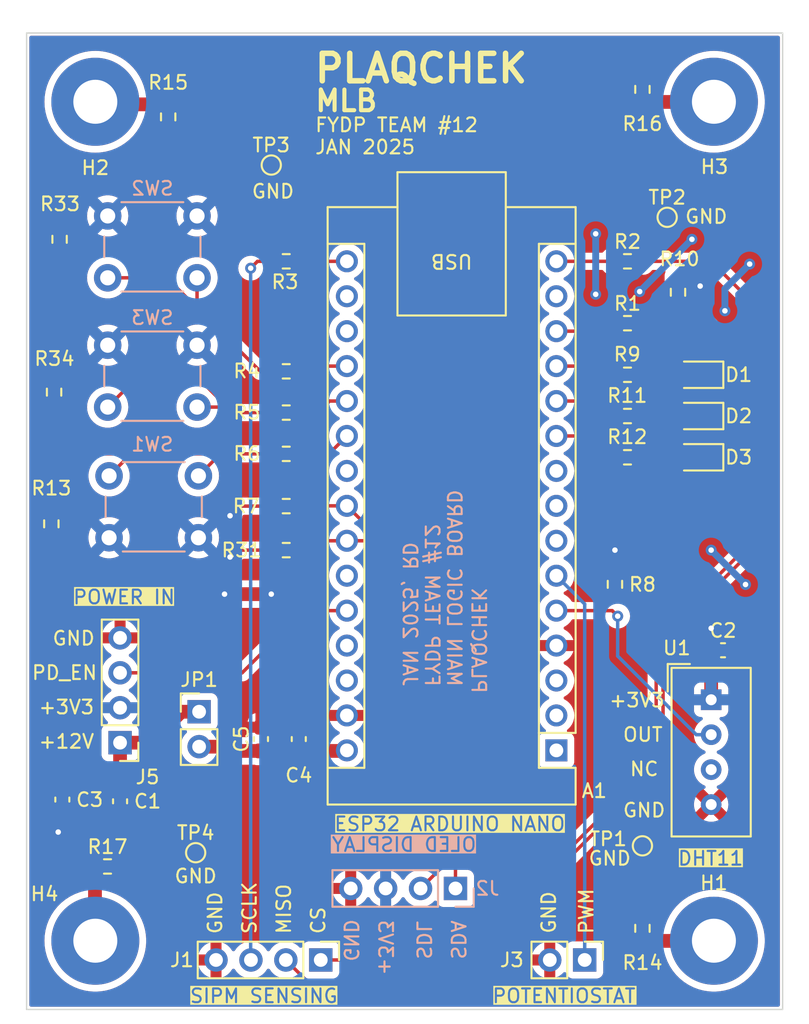
<source format=kicad_pcb>
(kicad_pcb (version 20221018) (generator pcbnew)
  (layers (0 "F.Cu" signal) (31 "B.Cu" signal) (34 "B.Paste" user) (35 "F.Paste" user) (36 "B.SilkS" user "B.Silkscreen") (37 "F.SilkS" user "F.Silkscreen") (38 "B.Mask" user) (39 "F.Mask" user) (44 "Edge.Cuts" user))
  (net 0 "")
  (net 3 "GND")
  (net 4 "/TEMP_SENS_OUT")
  (net 5 "VDAC_POT_PWM_3V3")
  (net 8 "/PD_EN")
  (net 9 "/LED3")
  (net 10 "/LED2")
  (net 11 "/LED1")
  (net 12 "Net-(A1-D10)")
  (net 14 "Net-(A1-D12)")
  (net 15 "Net-(A1-D13)")
  (net 18 "/SW_PUSH1")
  (net 19 "/SW_PUSH2")
  (net 20 "/SW_FLIP")
  (net 22 "/SDA_DISPLAY")
  (net 23 "/SDL_DISPLAY")
  (net 28 "Net-(A1-VIN)")
  (net 29 "+12V")
  (net 30 "+3V3")
  (net 31 "Net-(D1-A)")
  (net 32 "Net-(D2-A)")
  (net 33 "Net-(D3-A)")
  (net 34 "SPI_3V3_ADC_CS")
  (net 35 "SPI_3V3_ADC_MISO")
  (net 36 "SPI_3V3_ADC_SCLK")
  (net 37 "/SW_PUSH1_R")
  (net 38 "/SW_PUSH2_R")
  (net 39 "/SW_FLIP_R")
  (net 42 "Net-(H1-Pad1)")
  (net 43 "Net-(H2-Pad1)")
  (net 44 "Net-(H3-Pad1)")
  (net 45 "Net-(H4-Pad1)")
  (footprint "TestPoint:TestPoint_Pad_D1.0mm" (layer "F.Cu") (at 158.5 116)
    (fp_text reference "TP4" (at 0 -1.448) (layer "F.SilkS") (effects (font (thickness 0.153))))
    (fp_text value "TestPoint")
    (pad "1" smd circle (at 0 0) (size 1 1) (layers "F.Cu" "F.Mask") (net 3 "GND"))
  )
  (footprint "Resistor_SMD:R_0603_1608Metric_Pad0.98x0.95mm_HandSolder" (layer "F.Cu") (at 152.0875 117)
    (fp_text reference "R17" (at 0 -1.43) (layer "F.SilkS") (effects (font (thickness 0.153))))
    (fp_text value "0R")
    (pad "1" smd roundrect (at -0.9125 0) (size 0.975 0.95) (layers "F.Cu" "F.Paste" "F.Mask") (net 45 "Net-(H4-Pad1)"))
    (pad "2" smd roundrect (at 0.9125 0) (size 0.975 0.95) (layers "F.Cu" "F.Paste" "F.Mask") (net 3 "GND"))
  )
  (footprint "Resistor_SMD:R_0603_1608Metric_Pad0.98x0.95mm_HandSolder" (layer "F.Cu") (at 189.9125 77.5)
    (fp_text reference "R1" (at 0 -1.43) (layer "F.SilkS") (effects (font (thickness 0.153))))
    (fp_text value "0R")
    (pad "1" smd roundrect (at -0.9125 0) (size 0.975 0.95) (layers "F.Cu" "F.Paste" "F.Mask") (net 12 "Net-(A1-D10)"))
    (pad "2" smd roundrect (at 0.9125 0) (size 0.975 0.95) (layers "F.Cu" "F.Paste" "F.Mask") (net 34 "SPI_3V3_ADC_CS"))
  )
  (footprint "Capacitor_SMD:C_0603_1608Metric_Pad1.08x0.95mm_HandSolder" (layer "F.Cu") (at 163.25 107.7375 90)
    (fp_text reference "C5" (at 0 -1.43 90) (layer "F.SilkS") (effects (font (thickness 0.153))))
    (fp_text value "1uF")
    (pad "1" smd roundrect (at -0.8625 0 90) (size 1.075 0.95) (layers "F.Cu" "F.Paste" "F.Mask") (net 28 "Net-(A1-VIN)"))
    (pad "2" smd roundrect (at 0.8625 0 90) (size 1.075 0.95) (layers "F.Cu" "F.Paste" "F.Mask") (net 3 "GND"))
  )
  (footprint "LED_SMD:LED_0805_2012Metric_Pad1.15x1.40mm_HandSolder" (layer "F.Cu") (at 195.025 87.25 180)
    (fp_text reference "D3" (at -2.975 0) (layer "F.SilkS") (effects (font (thickness 0.153))))
    (fp_text value "LED")
    (pad "1" smd roundrect (at -1.025 0 180) (size 1.15 1.4) (layers "F.Cu" "F.Paste" "F.Mask") (roundrect_rratio 0.2173913043) (net 3 "GND"))
    (pad "2" smd roundrect (at 1.025 0 180) (size 1.15 1.4) (layers "F.Cu" "F.Paste" "F.Mask") (roundrect_rratio 0.2173913043) (net 33 "Net-(D3-A)"))
  )
  (footprint "Resistor_SMD:R_0603_1608Metric_Pad0.98x0.95mm_HandSolder" (layer "F.Cu") (at 165.0875 84 180)
    (fp_text reference "R5" (at 2.864165 0.018715) (layer "F.SilkS") (effects (font (thickness 0.153))))
    (fp_text value "0R")
    (pad "1" smd roundrect (at -0.9125 0 180) (size 0.975 0.95) (layers "F.Cu" "F.Paste" "F.Mask") (net 19 "/SW_PUSH2"))
    (pad "2" smd roundrect (at 0.9125 0 180) (size 0.975 0.95) (layers "F.Cu" "F.Paste" "F.Mask") (net 38 "/SW_PUSH2_R"))
  )
  (footprint "Capacitor_SMD:C_0603_1608Metric_Pad1.08x0.95mm_HandSolder" (layer "F.Cu") (at 148.8 112.1375 90)
    (fp_text reference "C3" (at -0.011355 1.986455 180) (layer "F.SilkS") (effects (font (thickness 0.153))))
    (fp_text value "10uF")
    (pad "1" smd roundrect (at -0.8625 0 90) (size 1.075 0.95) (layers "F.Cu" "F.Paste" "F.Mask") (net 30 "+3V3"))
    (pad "2" smd roundrect (at 0.8625 0 90) (size 1.075 0.95) (layers "F.Cu" "F.Paste" "F.Mask") (net 3 "GND"))
  )
  (footprint "Connector_PinHeader_2.54mm:PinHeader_1x02_P2.54mm_Vertical" (layer "F.Cu") (at 186.8 123.8 -90)
    (fp_text reference "J3" (at 0 5.3 -180) (layer "F.SilkS") (effects (font (thickness 0.153))))
    (fp_text value "Conn_01x02")
    (pad "1" thru_hole rect (at 0 0 270) (size 1.7 1.7) (drill 1) (layers "*.Cu" "*.Mask") (net 5 "VDAC_POT_PWM_3V3"))
    (pad "2" thru_hole oval (at 0 2.54 270) (size 1.7 1.7) (drill 1) (layers "*.Cu" "*.Mask") (net 3 "GND"))
  )
  (footprint "Capacitor_SMD:C_0603_1608Metric_Pad1.08x0.95mm_HandSolder" (layer "F.Cu") (at 166 107.7375 90)
    (fp_text reference "C4" (at -2.6375 0 180) (layer "F.SilkS") (effects (font (thickness 0.153))))
    (fp_text value "0.1uF")
    (pad "1" smd roundrect (at -0.8625 0 90) (size 1.075 0.95) (layers "F.Cu" "F.Paste" "F.Mask") (net 28 "Net-(A1-VIN)"))
    (pad "2" smd roundrect (at 0.8625 0 90) (size 1.075 0.95) (layers "F.Cu" "F.Paste" "F.Mask") (net 3 "GND"))
  )
  (footprint "Connector_PinHeader_2.54mm:PinHeader_1x02_P2.54mm_Vertical" (layer "F.Cu") (at 158.75 105.75)
    (fp_text reference "JP1" (at 0 -2.33) (layer "F.SilkS") (effects (font (thickness 0.153))))
    (fp_text value "Jumper_2_Open")
    (pad "1" thru_hole rect (at 0 0) (size 1.7 1.7) (drill 1) (layers "*.Cu" "*.Mask") (net 29 "+12V"))
    (pad "2" thru_hole oval (at 0 2.54) (size 1.7 1.7) (drill 1) (layers "*.Cu" "*.Mask") (net 28 "Net-(A1-VIN)"))
  )
  (footprint "Resistor_SMD:R_0603_1608Metric_Pad0.98x0.95mm_HandSolder" (layer "F.Cu") (at 165.0875 87 180)
    (fp_text reference "R6" (at 2.864165 0.018715) (layer "F.SilkS") (effects (font (thickness 0.153))))
    (fp_text value "0R")
    (pad "1" smd roundrect (at -0.9125 0 180) (size 0.975 0.95) (layers "F.Cu" "F.Paste" "F.Mask") (net 20 "/SW_FLIP"))
    (pad "2" smd roundrect (at 0.9125 0 180) (size 0.975 0.95) (layers "F.Cu" "F.Paste" "F.Mask") (net 39 "/SW_FLIP_R"))
  )
  (footprint "MountingHole:MountingHole_3.2mm_M3_Pad" (layer "F.Cu") (at 151.2 122.4)
    (fp_text reference "H4" (at -3.7 -3.4) (layer "F.SilkS") (effects (font (thickness 0.153))))
    (fp_text value "MountingHole_Pad")
    (pad "1" thru_hole circle (at 0 0) (size 6.4 6.4) (drill 3.2) (layers "*.Cu" "*.Mask") (net 45 "Net-(H4-Pad1)"))
  )
  (footprint "Resistor_SMD:R_0603_1608Metric_Pad0.98x0.95mm_HandSolder" (layer "F.Cu") (at 148.6 71.4 -90)
    (fp_text reference "R33" (at -2.568429 -0.029459 -180) (layer "F.SilkS") (effects (font (thickness 0.153))))
    (fp_text value "10kR")
    (pad "1" smd roundrect (at -0.9125 0 270) (size 0.975 0.95) (layers "F.Cu" "F.Paste" "F.Mask") (net 3 "GND"))
    (pad "2" smd roundrect (at 0.9125 0 270) (size 0.975 0.95) (layers "F.Cu" "F.Paste" "F.Mask") (net 37 "/SW_PUSH1_R"))
  )
  (footprint "Resistor_SMD:R_0603_1608Metric_Pad0.98x0.95mm_HandSolder" (layer "F.Cu") (at 191 60.5 90)
    (fp_text reference "R16" (at -2.5 0 180) (layer "F.SilkS") (effects (font (thickness 0.153))))
    (fp_text value "0R")
    (pad "1" smd roundrect (at -0.9125 0 90) (size 0.975 0.95) (layers "F.Cu" "F.Paste" "F.Mask") (net 44 "Net-(H3-Pad1)"))
    (pad "2" smd roundrect (at 0.9125 0 90) (size 0.975 0.95) (layers "F.Cu" "F.Paste" "F.Mask") (net 3 "GND"))
  )
  (footprint "Resistor_SMD:R_0603_1608Metric_Pad0.98x0.95mm_HandSolder" (layer "F.Cu") (at 189.9125 84.25 180)
    (fp_text reference "R11" (at 0.020956 1.484988) (layer "F.SilkS") (effects (font (thickness 0.153))))
    (fp_text value "100R")
    (pad "1" smd roundrect (at -0.9125 0 180) (size 0.975 0.95) (layers "F.Cu" "F.Paste" "F.Mask") (net 32 "Net-(D2-A)"))
    (pad "2" smd roundrect (at 0.9125 0 180) (size 0.975 0.95) (layers "F.Cu" "F.Paste" "F.Mask") (net 10 "/LED2"))
  )
  (footprint "LED_SMD:LED_0805_2012Metric_Pad1.15x1.40mm_HandSolder" (layer "F.Cu") (at 195.025 84.25 180)
    (fp_text reference "D2" (at -2.975 0) (layer "F.SilkS") (effects (font (thickness 0.153))))
    (fp_text value "LED")
    (pad "1" smd roundrect (at -1.025 0 180) (size 1.15 1.4) (layers "F.Cu" "F.Paste" "F.Mask") (roundrect_rratio 0.2173913043) (net 3 "GND"))
    (pad "2" smd roundrect (at 1.025 0 180) (size 1.15 1.4) (layers "F.Cu" "F.Paste" "F.Mask") (roundrect_rratio 0.2173913043) (net 32 "Net-(D2-A)"))
  )
  (footprint "Capacitor_SMD:C_0603_1608Metric_Pad1.08x0.95mm_HandSolder" (layer "F.Cu") (at 153 112.2625 -90)
    (fp_text reference "C1" (at 0 -2 -180) (layer "F.SilkS") (effects (font (thickness 0.153))))
    (fp_text value "10uF")
    (pad "1" smd roundrect (at -0.8625 0 270) (size 1.075 0.95) (layers "F.Cu" "F.Paste" "F.Mask") (net 29 "+12V"))
    (pad "2" smd roundrect (at 0.8625 0 270) (size 1.075 0.95) (layers "F.Cu" "F.Paste" "F.Mask") (net 3 "GND"))
  )
  (footprint "Resistor_SMD:R_0603_1608Metric_Pad0.98x0.95mm_HandSolder" (layer "F.Cu") (at 165.0875 73 180)
    (fp_text reference "R3" (at 0.0875 -1.5) (layer "F.SilkS") (effects (font (thickness 0.153))))
    (fp_text value "0R")
    (pad "1" smd roundrect (at -0.9125 0 180) (size 0.975 0.95) (layers "F.Cu" "F.Paste" "F.Mask") (net 15 "Net-(A1-D13)"))
    (pad "2" smd roundrect (at 0.9125 0 180) (size 0.975 0.95) (layers "F.Cu" "F.Paste" "F.Mask") (net 36 "SPI_3V3_ADC_SCLK"))
  )
  (footprint "Connector_PinHeader_2.54mm:PinHeader_1x04_P2.54mm_Vertical" (layer "F.Cu") (at 153 108 180)
    (fp_text reference "J5" (at -2 -2.5) (layer "F.SilkS") (effects (font (thickness 0.153))))
    (fp_text value "Conn_01x04")
    (pad "1" thru_hole rect (at 0 0 180) (size 1.7 1.7) (drill 1) (layers "*.Cu" "*.Mask") (net 29 "+12V"))
    (pad "2" thru_hole oval (at 0 2.54 180) (size 1.7 1.7) (drill 1) (layers "*.Cu" "*.Mask") (net 30 "+3V3"))
    (pad "3" thru_hole oval (at 0 5.08 180) (size 1.7 1.7) (drill 1) (layers "*.Cu" "*.Mask") (net 8 "/PD_EN"))
    (pad "4" thru_hole oval (at 0 7.62 180) (size 1.7 1.7) (drill 1) (layers "*.Cu" "*.Mask") (net 3 "GND"))
  )
  (footprint "Resistor_SMD:R_0603_1608Metric_Pad0.98x0.95mm_HandSolder" (layer "F.Cu") (at 189.9125 73)
    (fp_text reference "R2" (at 0 -1.43) (layer "F.SilkS") (effects (font (thickness 0.153))))
    (fp_text value "0R")
    (pad "1" smd roundrect (at -0.9125 0) (size 0.975 0.95) (layers "F.Cu" "F.Paste" "F.Mask") (net 14 "Net-(A1-D12)"))
    (pad "2" smd roundrect (at 0.9125 0) (size 0.975 0.95) (layers "F.Cu" "F.Paste" "F.Mask") (net 35 "SPI_3V3_ADC_MISO"))
  )
  (footprint "MountingHole:MountingHole_3.2mm_M3_Pad" (layer "F.Cu") (at 196.2 61.4)
    (fp_text reference "H3" (at 0.04 4.73) (layer "F.SilkS") (effects (font (thickness 0.153))))
    (fp_text value "MountingHole_Pad")
    (pad "1" thru_hole circle (at 0 0) (size 6.4 6.4) (drill 3.2) (layers "*.Cu" "*.Mask") (net 44 "Net-(H3-Pad1)"))
  )
  (footprint "MountingHole:MountingHole_3.2mm_M3_Pad" (layer "F.Cu") (at 196.2 122.4)
    (fp_text reference "H1" (at 0 -4.2) (layer "F.SilkS") (effects (font (thickness 0.153))))
    (fp_text value "MountingHole_Pad")
    (pad "1" thru_hole circle (at 0 0) (size 6.4 6.4) (drill 3.2) (layers "*.Cu" "*.Mask") (net 42 "Net-(H1-Pad1)"))
  )
  (footprint "Resistor_SMD:R_0603_1608Metric_Pad0.98x0.95mm_HandSolder" (layer "F.Cu") (at 156.5 62.5 -90)
    (fp_text reference "R15" (at -2.5 0 -180) (layer "F.SilkS") (effects (font (thickness 0.153))))
    (fp_text value "0R")
    (pad "1" smd roundrect (at -0.9125 0 270) (size 0.975 0.95) (layers "F.Cu" "F.Paste" "F.Mask") (net 43 "Net-(H2-Pad1)"))
    (pad "2" smd roundrect (at 0.9125 0 270) (size 0.975 0.95) (layers "F.Cu" "F.Paste" "F.Mask") (net 3 "GND"))
  )
  (footprint "Connector_PinHeader_2.54mm:PinHeader_1x04_P2.54mm_Vertical" (layer "F.Cu") (at 167.6 123.8 -90)
    (fp_text reference "J1" (at 0 10.1 -180) (layer "F.SilkS") (effects (font (thickness 0.153))))
    (fp_text value "Conn_01x04")
    (pad "1" thru_hole rect (at 0 0 270) (size 1.7 1.7) (drill 1) (layers "*.Cu" "*.Mask") (net 34 "SPI_3V3_ADC_CS"))
    (pad "2" thru_hole oval (at 0 2.54 270) (size 1.7 1.7) (drill 1) (layers "*.Cu" "*.Mask") (net 35 "SPI_3V3_ADC_MISO"))
    (pad "3" thru_hole oval (at 0 5.08 270) (size 1.7 1.7) (drill 1) (layers "*.Cu" "*.Mask") (net 36 "SPI_3V3_ADC_SCLK"))
    (pad "4" thru_hole oval (at 0 7.62 270) (size 1.7 1.7) (drill 1) (layers "*.Cu" "*.Mask") (net 3 "GND"))
  )
  (footprint "Resistor_SMD:R_0603_1608Metric_Pad0.98x0.95mm_HandSolder" (layer "F.Cu") (at 191 121.5 90)
    (fp_text reference "R14" (at -2.5 0 180) (layer "F.SilkS") (effects (font (thickness 0.153))))
    (fp_text value "0R")
    (pad "1" smd roundrect (at -0.9125 0 90) (size 0.975 0.95) (layers "F.Cu" "F.Paste" "F.Mask") (net 42 "Net-(H1-Pad1)"))
    (pad "2" smd roundrect (at 0.9125 0 90) (size 0.975 0.95) (layers "F.Cu" "F.Paste" "F.Mask") (net 3 "GND"))
  )
  (footprint "TestPoint:TestPoint_Pad_D1.0mm" (layer "F.Cu") (at 191 115.5)
    (fp_text reference "TP1" (at -2.5 -0.5) (layer "F.SilkS") (effects (font (thickness 0.153))))
    (fp_text value "TestPoint")
    (pad "1" smd circle (at 0 0) (size 1 1) (layers "F.Cu" "F.Mask") (net 3 "GND"))
  )
  (footprint "Resistor_SMD:R_0603_1608Metric_Pad0.98x0.95mm_HandSolder" (layer "F.Cu") (at 189 96.4875 90)
    (fp_text reference "R8" (at -0.0125 2 180) (layer "F.SilkS") (effects (font (thickness 0.153))))
    (fp_text value "10kR")
    (pad "1" smd roundrect (at -0.9125 0 90) (size 0.975 0.95) (layers "F.Cu" "F.Paste" "F.Mask") (net 4 "/TEMP_SENS_OUT"))
    (pad "2" smd roundrect (at 0.9125 0 90) (size 0.975 0.95) (layers "F.Cu" "F.Paste" "F.Mask") (net 30 "+3V3"))
  )
  (footprint "MountingHole:MountingHole_3.2mm_M3_Pad" (layer "F.Cu") (at 151.2 61.4)
    (fp_text reference "H2" (at 0 4.8) (layer "F.SilkS") (effects (font (thickness 0.153))))
    (fp_text value "MountingHole_Pad")
    (pad "1" thru_hole circle (at 0 0) (size 6.4 6.4) (drill 3.2) (layers "*.Cu" "*.Mask") (net 43 "Net-(H2-Pad1)"))
  )
  (footprint "Resistor_SMD:R_0603_1608Metric_Pad0.98x0.95mm_HandSolder" (layer "F.Cu") (at 189.9125 87.25 180)
    (fp_text reference "R12" (at 0.020956 1.484988) (layer "F.SilkS") (effects (font (thickness 0.153))))
    (fp_text value "100R")
    (pad "1" smd roundrect (at -0.9125 0 180) (size 0.975 0.95) (layers "F.Cu" "F.Paste" "F.Mask") (net 33 "Net-(D3-A)"))
    (pad "2" smd roundrect (at 0.9125 0 180) (size 0.975 0.95) (layers "F.Cu" "F.Paste" "F.Mask") (net 9 "/LED3"))
  )
  (footprint "Resistor_SMD:R_0603_1608Metric_Pad0.98x0.95mm_HandSolder" (layer "F.Cu") (at 193.5875 75.25 90)
    (fp_text reference "R10" (at 2.417397 0.111676 180) (layer "F.SilkS") (effects (font (thickness 0.153))))
    (fp_text value "10kR")
    (pad "1" smd roundrect (at -0.9125 0 90) (size 0.975 0.95) (layers "F.Cu" "F.Paste" "F.Mask") (net 34 "SPI_3V3_ADC_CS"))
    (pad "2" smd roundrect (at 0.9125 0 90) (size 0.975 0.95) (layers "F.Cu" "F.Paste" "F.Mask") (net 30 "+3V3"))
  )
  (footprint "TestPoint:TestPoint_Pad_D1.0mm" (layer "F.Cu") (at 192.8 69.8)
    (fp_text reference "TP2" (at 0 -1.448) (layer "F.SilkS") (effects (font (thickness 0.153))))
    (fp_text value "TestPoint")
    (pad "1" smd circle (at 0 0) (size 1 1) (layers "F.Cu" "F.Mask") (net 3 "GND"))
  )
  (footprint "Resistor_SMD:R_0603_1608Metric_Pad0.98x0.95mm_HandSolder" (layer "F.Cu") (at 165.0875 94 180)
    (fp_text reference "R31" (at 3.24912 -0.000393) (layer "F.SilkS") (effects (font (thickness 0.153))))
    (fp_text value "1kR")
    (pad "1" smd roundrect (at -0.9125 0 180) (size 0.975 0.95) (layers "F.Cu" "F.Paste" "F.Mask") (net 23 "/SDL_DISPLAY"))
    (pad "2" smd roundrect (at 0.9125 0 180) (size 0.975 0.95) (layers "F.Cu" "F.Paste" "F.Mask") (net 30 "+3V3"))
  )
  (footprint "TestPoint:TestPoint_Pad_D1.0mm" (layer "F.Cu") (at 164 66)
    (fp_text reference "TP3" (at 0 -1.448) (layer "F.SilkS") (effects (font (thickness 0.153))))
    (fp_text value "TestPoint")
    (pad "1" smd circle (at 0 0) (size 1 1) (layers "F.Cu" "F.Mask") (net 3 "GND"))
  )
  (footprint "Resistor_SMD:R_0603_1608Metric_Pad0.98x0.95mm_HandSolder" (layer "F.Cu") (at 165.0875 90.8 180)
    (fp_text reference "R7" (at 2.9125 0) (layer "F.SilkS") (effects (font (thickness 0.153))))
    (fp_text value "1kR")
    (pad "1" smd roundrect (at -0.9125 0 180) (size 0.975 0.95) (layers "F.Cu" "F.Paste" "F.Mask") (net 22 "/SDA_DISPLAY"))
    (pad "2" smd roundrect (at 0.9125 0 180) (size 0.975 0.95) (layers "F.Cu" "F.Paste" "F.Mask") (net 30 "+3V3"))
  )
  (footprint "Module:Arduino_Nano" (layer "F.Cu") (at 184.74 108.56 180)
    (fp_text reference "A1" (at -2.76 -2.94) (layer "F.SilkS") (effects (font (thickness 0.153))))
    (fp_text value "Arduino_Nano_v3.x")
    (fp_text user "USB" (at 7.62 35.56 180 unlocked) (layer "F.SilkS") (effects (font (thickness 0.153))))
    (pad "1" thru_hole rect (at 0 0 180) (size 1.6 1.6) (drill 1) (layers "*.Cu" "*.Mask"))
    (pad "2" thru_hole oval (at 0 2.54 180) (size 1.6 1.6) (drill 1) (layers "*.Cu" "*.Mask"))
    (pad "3" thru_hole oval (at 0 5.08 180) (size 1.6 1.6) (drill 1) (layers "*.Cu" "*.Mask"))
    (pad "4" thru_hole oval (at 0 7.62 180) (size 1.6 1.6) (drill 1) (layers "*.Cu" "*.Mask") (net 3 "GND"))
    (pad "5" thru_hole oval (at 0 10.16 180) (size 1.6 1.6) (drill 1) (layers "*.Cu" "*.Mask") (net 4 "/TEMP_SENS_OUT"))
    (pad "6" thru_hole oval (at 0 12.7 180) (size 1.6 1.6) (drill 1) (layers "*.Cu" "*.Mask") (net 5 "VDAC_POT_PWM_3V3"))
    (pad "7" thru_hole oval (at 0 15.24 180) (size 1.6 1.6) (drill 1) (layers "*.Cu" "*.Mask"))
    (pad "8" thru_hole oval (at 0 17.78 180) (size 1.6 1.6) (drill 1) (layers "*.Cu" "*.Mask"))
    (pad "9" thru_hole oval (at 0 20.32 180) (size 1.6 1.6) (drill 1) (layers "*.Cu" "*.Mask"))
    (pad "10" thru_hole oval (at 0 22.86 180) (size 1.6 1.6) (drill 1) (layers "*.Cu" "*.Mask") (net 9 "/LED3"))
    (pad "11" thru_hole oval (at 0 25.4 180) (size 1.6 1.6) (drill 1) (layers "*.Cu" "*.Mask") (net 10 "/LED2"))
    (pad "12" thru_hole oval (at 0 27.94 180) (size 1.6 1.6) (drill 1) (layers "*.Cu" "*.Mask") (net 11 "/LED1"))
    (pad "13" thru_hole oval (at 0 30.48 180) (size 1.6 1.6) (drill 1) (layers "*.Cu" "*.Mask") (net 12 "Net-(A1-D10)"))
    (pad "14" thru_hole oval (at 0 33.02 180) (size 1.6 1.6) (drill 1) (layers "*.Cu" "*.Mask"))
    (pad "15" thru_hole oval (at 0 35.56 180) (size 1.6 1.6) (drill 1) (layers "*.Cu" "*.Mask") (net 14 "Net-(A1-D12)"))
    (pad "16" thru_hole oval (at 15.24 35.56 180) (size 1.6 1.6) (drill 1) (layers "*.Cu" "*.Mask") (net 15 "Net-(A1-D13)"))
    (pad "17" thru_hole oval (at 15.24 33.02 180) (size 1.6 1.6) (drill 1) (layers "*.Cu" "*.Mask"))
    (pad "18" thru_hole oval (at 15.24 30.48 180) (size 1.6 1.6) (drill 1) (layers "*.Cu" "*.Mask"))
    (pad "19" thru_hole oval (at 15.24 27.94 180) (size 1.6 1.6) (drill 1) (layers "*.Cu" "*.Mask") (net 18 "/SW_PUSH1"))
    (pad "20" thru_hole oval (at 15.24 25.4 180) (size 1.6 1.6) (drill 1) (layers "*.Cu" "*.Mask") (net 19 "/SW_PUSH2"))
    (pad "21" thru_hole oval (at 15.24 22.86 180) (size 1.6 1.6) (drill 1) (layers "*.Cu" "*.Mask") (net 20 "/SW_FLIP"))
    (pad "22" thru_hole oval (at 15.24 20.32 180) (size 1.6 1.6) (drill 1) (layers "*.Cu" "*.Mask"))
    (pad "23" thru_hole oval (at 15.24 17.78 180) (size 1.6 1.6) (drill 1) (layers "*.Cu" "*.Mask") (net 22 "/SDA_DISPLAY"))
    (pad "24" thru_hole oval (at 15.24 15.24 180) (size 1.6 1.6) (drill 1) (layers "*.Cu" "*.Mask") (net 23 "/SDL_DISPLAY"))
    (pad "25" thru_hole oval (at 15.24 12.7 180) (size 1.6 1.6) (drill 1) (layers "*.Cu" "*.Mask"))
    (pad "26" thru_hole oval (at 15.24 10.16 180) (size 1.6 1.6) (drill 1) (layers "*.Cu" "*.Mask") (net 8 "/PD_EN"))
    (pad "27" thru_hole oval (at 15.24 7.62 180) (size 1.6 1.6) (drill 1) (layers "*.Cu" "*.Mask"))
    (pad "28" thru_hole oval (at 15.24 5.08 180) (size 1.6 1.6) (drill 1) (layers "*.Cu" "*.Mask"))
    (pad "29" thru_hole oval (at 15.24 2.54 180) (size 1.6 1.6) (drill 1) (layers "*.Cu" "*.Mask") (net 3 "GND"))
    (pad "30" thru_hole oval (at 15.24 0 180) (size 1.6 1.6) (drill 1) (layers "*.Cu" "*.Mask") (net 28 "Net-(A1-VIN)"))
  )
  (footprint "Sensor:Aosong_DHT11_5.5x12.0_P2.54mm" (layer "F.Cu") (at 196 104.88)
    (fp_text reference "U1" (at -2.5 -3.76) (layer "F.SilkS") (effects (font (thickness 0.153))))
    (fp_text value "DHT22")
    (pad "1" thru_hole rect (at 0 0) (size 1.5 1.5) (drill 0.8) (layers "*.Cu" "*.Mask") (net 30 "+3V3"))
    (pad "2" thru_hole circle (at 0 2.54) (size 1.5 1.5) (drill 0.8) (layers "*.Cu" "*.Mask") (net 4 "/TEMP_SENS_OUT"))
    (pad "3" thru_hole circle (at 0 5.08) (size 1.5 1.5) (drill 0.8) (layers "*.Cu" "*.Mask"))
    (pad "4" thru_hole circle (at 0 7.62) (size 1.5 1.5) (drill 0.8) (layers "*.Cu" "*.Mask") (net 3 "GND"))
  )
  (footprint "Resistor_SMD:R_0603_1608Metric_Pad0.98x0.95mm_HandSolder" (layer "F.Cu") (at 165.0875 81 180)
    (fp_text reference "R4" (at 2.864165 0.018715) (layer "F.SilkS") (effects (font (thickness 0.153))))
    (fp_text value "0R")
    (pad "1" smd roundrect (at -0.9125 0 180) (size 0.975 0.95) (layers "F.Cu" "F.Paste" "F.Mask") (net 18 "/SW_PUSH1"))
    (pad "2" smd roundrect (at 0.9125 0 180) (size 0.975 0.95) (layers "F.Cu" "F.Paste" "F.Mask") (net 37 "/SW_PUSH1_R"))
  )
  (footprint "Capacitor_SMD:C_0603_1608Metric_Pad1.08x0.95mm_HandSolder" (layer "F.Cu") (at 196.8625 101.28)
    (fp_text reference "C2" (at 0 -1.43) (layer "F.SilkS") (effects (font (thickness 0.153))))
    (fp_text value "0.1uF")
    (pad "1" smd roundrect (at -0.8625 0) (size 1.075 0.95) (layers "F.Cu" "F.Paste" "F.Mask") (net 30 "+3V3"))
    (pad "2" smd roundrect (at 0.8625 0) (size 1.075 0.95) (layers "F.Cu" "F.Paste" "F.Mask") (net 3 "GND"))
  )
  (footprint "LED_SMD:LED_0805_2012Metric_Pad1.15x1.40mm_HandSolder" (layer "F.Cu") (at 195.025 81.25 180)
    (fp_text reference "D1" (at -2.975 0) (layer "F.SilkS") (effects (font (thickness 0.153))))
    (fp_text value "LED")
    (pad "1" smd roundrect (at -1.025 0 180) (size 1.15 1.4) (layers "F.Cu" "F.Paste" "F.Mask") (roundrect_rratio 0.2173913043) (net 3 "GND"))
    (pad "2" smd roundrect (at 1.025 0 180) (size 1.15 1.4) (layers "F.Cu" "F.Paste" "F.Mask") (roundrect_rratio 0.2173913043) (net 31 "Net-(D1-A)"))
  )
  (footprint "Resistor_SMD:R_0603_1608Metric_Pad0.98x0.95mm_HandSolder" (layer "F.Cu") (at 148.2 82.5125 90)
    (fp_text reference "R34" (at 2.432212 0.02161 180) (layer "F.SilkS") (effects (font (thickness 0.153))))
    (fp_text value "10kR")
    (pad "1" smd roundrect (at -0.9125 0 90) (size 0.975 0.95) (layers "F.Cu" "F.Paste" "F.Mask") (net 3 "GND"))
    (pad "2" smd roundrect (at 0.9125 0 90) (size 0.975 0.95) (layers "F.Cu" "F.Paste" "F.Mask") (net 38 "/SW_PUSH2_R"))
  )
  (footprint "Resistor_SMD:R_0603_1608Metric_Pad0.98x0.95mm_HandSolder" (layer "F.Cu") (at 148 92.0875 90)
    (fp_text reference "R13" (at 2.5875 0 180) (layer "F.SilkS") (effects (font (thickness 0.153))))
    (fp_text value "10kR")
    (pad "1" smd roundrect (at -0.9125 0 90) (size 0.975 0.95) (layers "F.Cu" "F.Paste" "F.Mask") (net 3 "GND"))
    (pad "2" smd roundrect (at 0.9125 0 90) (size 0.975 0.95) (layers "F.Cu" "F.Paste" "F.Mask") (net 39 "/SW_FLIP_R"))
  )
  (footprint "Resistor_SMD:R_0603_1608Metric_Pad0.98x0.95mm_HandSolder" (layer "F.Cu") (at 189.9125 81.25 180)
    (fp_text reference "R9" (at 0.020956 1.484988) (layer "F.SilkS") (effects (font (thickness 0.153))))
    (fp_text value "100R")
    (pad "1" smd roundrect (at -0.9125 0 180) (size 0.975 0.95) (layers "F.Cu" "F.Paste" "F.Mask") (net 31 "Net-(D1-A)"))
    (pad "2" smd roundrect (at 0.9125 0 180) (size 0.975 0.95) (layers "F.Cu" "F.Paste" "F.Mask") (net 11 "/LED1"))
  )
  (footprint "Button_Switch_THT:SW_PUSH_6mm_H13mm" (layer "B.Cu") (at 158.6 79.1 180)
    (fp_text reference "SW3" (at 3.25 2) (layer "B.SilkS") (effects (font (thickness 0.153)) (justify mirror)))
    (fp_text value "SW_Push")
    (pad "1" thru_hole circle (at 0 0 90) (size 2 2) (drill 1.1) (layers "*.Cu" "*.Mask") (net 30 "+3V3"))
    (pad "1" thru_hole circle (at 6.5 0 90) (size 2 2) (drill 1.1) (layers "*.Cu" "*.Mask") (net 30 "+3V3"))
    (pad "2" thru_hole circle (at 0 -4.5 90) (size 2 2) (drill 1.1) (layers "*.Cu" "*.Mask") (net 38 "/SW_PUSH2_R"))
    (pad "2" thru_hole circle (at 6.5 -4.5 90) (size 2 2) (drill 1.1) (layers "*.Cu" "*.Mask") (net 38 "/SW_PUSH2_R"))
  )
  (footprint "Connector_PinHeader_2.54mm:PinHeader_1x04_P2.54mm_Vertical" (layer "B.Cu") (at 177.4 118.6 90)
    (fp_text reference "J2" (at 0 2.33) (layer "B.SilkS") (effects (font (thickness 0.153)) (justify mirror)))
    (fp_text value "Conn_01x04")
    (pad "1" thru_hole rect (at 0 0 90) (size 1.7 1.7) (drill 1) (layers "*.Cu" "*.Mask") (net 22 "/SDA_DISPLAY"))
    (pad "2" thru_hole oval (at 0 -2.54 90) (size 1.7 1.7) (drill 1) (layers "*.Cu" "*.Mask") (net 23 "/SDL_DISPLAY"))
    (pad "3" thru_hole oval (at 0 -5.08 90) (size 1.7 1.7) (drill 1) (layers "*.Cu" "*.Mask") (net 30 "+3V3"))
    (pad "4" thru_hole oval (at 0 -7.62 90) (size 1.7 1.7) (drill 1) (layers "*.Cu" "*.Mask") (net 3 "GND"))
  )
  (footprint "Button_Switch_THT:SW_PUSH_6mm_H13mm" (layer "B.Cu") (at 158.6 69.7 180)
    (fp_text reference "SW2" (at 3.25 2) (layer "B.SilkS") (effects (font (thickness 0.153)) (justify mirror)))
    (fp_text value "SW_Push")
    (pad "1" thru_hole circle (at 0 0 90) (size 2 2) (drill 1.1) (layers "*.Cu" "*.Mask") (net 30 "+3V3"))
    (pad "1" thru_hole circle (at 6.5 0 90) (size 2 2) (drill 1.1) (layers "*.Cu" "*.Mask") (net 30 "+3V3"))
    (pad "2" thru_hole circle (at 0 -4.5 90) (size 2 2) (drill 1.1) (layers "*.Cu" "*.Mask") (net 37 "/SW_PUSH1_R"))
    (pad "2" thru_hole circle (at 6.5 -4.5 90) (size 2 2) (drill 1.1) (layers "*.Cu" "*.Mask") (net 37 "/SW_PUSH1_R"))
  )
  (footprint "Button_Switch_THT:SW_PUSH_6mm_H13mm" (layer "B.Cu") (at 152.2 93.1)
    (fp_text reference "SW1" (at 3.141873 -6.78834 -360) (layer "B.SilkS") (effects (font (thickness 0.153)) (justify mirror)))
    (fp_text value "SW_Push")
    (pad "1" thru_hole circle (at 0 0 270) (size 2 2) (drill 1.1) (layers "*.Cu" "*.Mask") (net 30 "+3V3"))
    (pad "1" thru_hole circle (at 6.5 0 270) (size 2 2) (drill 1.1) (layers "*.Cu" "*.Mask") (net 30 "+3V3"))
    (pad "2" thru_hole circle (at 0 -4.5 270) (size 2 2) (drill 1.1) (layers "*.Cu" "*.Mask") (net 39 "/SW_FLIP_R"))
    (pad "2" thru_hole circle (at 6.5 -4.5 270) (size 2 2) (drill 1.1) (layers "*.Cu" "*.Mask") (net 39 "/SW_FLIP_R"))
  )
  (gr_rect (start 146.2 56.4) (end 201.2 127.4) (stroke (width 0.1)) (fill none) (layer "Edge.Cuts"))
  (gr_text "PLAQCHEK" (at 178.5 104.5 -90) (layer "B.SilkS") (effects (font (size 1 1) (thickness 0.153) bold) (justify left bottom mirror)))
  (gr_text "SDL" (at 174.5 123.84237 270) (layer "B.SilkS") (effects (font (size 1 1) (thickness 0.153)) (justify left bottom mirror)))
  (gr_text "+3V3" (at 171.723313 125 270) (layer "B.SilkS") (effects (font (size 1 1) (thickness 0.153)) (justify left bottom mirror)))
  (gr_text "SDA" (at 177 123.84237 270) (layer "B.SilkS") (effects (font (size 1 1) (thickness 0.153)) (justify left bottom mirror)))
  (gr_text "GND\n" (at 169.204425 124 270) (layer "B.SilkS") (effects (font (size 1 1) (thickness 0.153)) (justify left bottom mirror)))
  (gr_text "OLED DISPLAY" (at 179 116) (layer "B.SilkS" knockout) (effects (font (size 1 1) (thickness 0.153)) (justify left bottom mirror)))
  (gr_text "MAIN LOGIC BOARD\nFYDP TEAM #12\nJAN 2025, RD\n" (at 173.5 104 -90) (layer "B.SilkS") (effects (font (size 1 1) (thickness 0.153)) (justify left bottom mirror)))
  (gr_text "GND\n" (at 162.5 68.5) (layer "F.SilkS") (effects (font (size 1 1) (thickness 0.153)) (justify left bottom)))
  (gr_text "FYDP TEAM #12\nJAN 2025\n" (at 167.11 65.28) (layer "F.SilkS") (effects (font (size 1 1) (thickness 0.153)) (justify left bottom)))
  (gr_text "GND\n" (at 187 117) (layer "F.SilkS") (effects (font (size 1 1) (thickness 0.153)) (justify left bottom)))
  (gr_text "GND" (at 184.77179 121.965926 90) (layer "F.SilkS") (effects (font (size 1 1) (thickness 0.153)) (justify left bottom)))
  (gr_text "NC\n" (at 190 110.5) (layer "F.SilkS") (effects (font (size 1 1) (thickness 0.153)) (justify left bottom)))
  (gr_text "MISO\n" (at 165.5 122 90) (layer "F.SilkS") (effects (font (size 1 1) (thickness 0.153)) (justify left bottom)))
  (gr_text "OUT" (at 189.5 108) (layer "F.SilkS") (effects (font (size 1 1) (thickness 0.153)) (justify left bottom)))
  (gr_text "SIPM SENSING" (at 158 127) (layer "F.SilkS" knockout) (effects (font (size 1 1) (thickness 0.153)) (justify left bottom)))
  (gr_text "SCLK" (at 163 122 90) (layer "F.SilkS") (effects (font (size 1 1) (thickness 0.153)) (justify left bottom)))
  (gr_text "MLB\n" (at 167.05 62.21) (layer "F.SilkS") (effects (font (size 1.5 1.5) (thickness 0.3) bold) (justify left bottom)))
  (gr_text "+3V3" (at 188.5 105.5) (layer "F.SilkS") (effects (font (size 1 1) (thickness 0.153)) (justify left bottom)))
  (gr_text "POTENTIOSTAT\n" (at 180 127) (layer "F.SilkS" knockout) (effects (font (size 1 1) (thickness 0.153)) (justify left bottom)))
  (gr_text "DHT11\n" (at 193.5 117) (layer "F.SilkS" knockout) (effects (font (size 1 1) (thickness 0.153)) (justify left bottom)))
  (gr_text "POWER IN" (at 149.5 98) (layer "F.SilkS" knockout) (effects (font (size 1 1) (thickness 0.153)) (justify left bottom)))
  (gr_text "+3V3" (at 147 106) (layer "F.SilkS") (effects (font (size 1 1) (thickness 0.153)) (justify left bottom)))
  (gr_text "GND\n" (at 156.875715 118.288843) (layer "F.SilkS") (effects (font (size 1 1) (thickness 0.153)) (justify left bottom)))
  (gr_text "GND\n" (at 189.5 113.5) (layer "F.SilkS") (effects (font (size 1 1) (thickness 0.153)) (justify left bottom)))
  (gr_text "ESP32 ARDUINO NANO" (at 168.5 114.5) (layer "F.SilkS" knockout) (effects (font (size 1 1) (thickness 0.153)) (justify left bottom)))
  (gr_text "GND\n" (at 160.5 122 90) (layer "F.SilkS") (effects (font (size 1 1) (thickness 0.153)) (justify left bottom)))
  (gr_text "PD_EN" (at 146.5 103.5) (layer "F.SilkS") (effects (font (size 1 1) (thickness 0.153)) (justify left bottom)))
  (gr_text "PLAQCHEK\n" (at 166.97 60.14) (layer "F.SilkS") (effects (font (size 2 2) (thickness 0.4) bold) (justify left bottom)))
  (gr_text "+12V\n" (at 147 108.5) (layer "F.SilkS") (effects (font (size 1 1) (thickness 0.153)) (justify left bottom)))
  (gr_text "GND\n" (at 148 101) (layer "F.SilkS") (effects (font (size 1 1) (thickness 0.153)) (justify left bottom)))
  (gr_text "CS\n" (at 168 122 90) (layer "F.SilkS") (effects (font (size 1 1) (thickness 0.153)) (justify left bottom)))
  (gr_text "PWM" (at 187.5 122 90) (layer "F.SilkS") (effects (font (size 1 1) (thickness 0.153)) (justify left bottom)))
  (gr_text "GND\n" (at 194.019075 70.333151) (layer "F.SilkS") (effects (font (size 1 1) (thickness 0.153)) (justify left bottom)))
  (via (at 187.6 75.4) (size 0.8) (drill 0.4) (layers "F.Cu" "B.Cu") (net 3))
  (via (at 198.5 96.5) (size 0.8) (drill 0.4) (layers "F.Cu" "B.Cu") (net 3))
  (via (at 196 94) (size 0.8) (drill 0.4) (layers "F.Cu" "B.Cu") (net 3))
  (via (at 198.8 73.2) (size 0.8) (drill 0.4) (layers "F.Cu" "B.Cu") (net 3))
  (via (at 197 76.6) (size 0.8) (drill 0.4) (layers "F.Cu" "B.Cu") (net 3))
  (via (at 194.6 71.4) (size 0.8) (drill 0.4) (layers "F.Cu" "B.Cu") (net 3))
  (via (at 190.8 75.2) (size 0.8) (drill 0.4) (layers "F.Cu" "B.Cu") (net 3))
  (via (at 187.6 71) (size 0.8) (drill 0.4) (layers "F.Cu" "B.Cu") (net 3))
  (segment (start 190.8 75.2) (end 194.6 71.4) (width 0.5) (layer "B.Cu") (net 3))
  (segment (start 187.6 71) (end 187.6 75.4) (width 0.5) (layer "B.Cu") (net 3))
  (segment (start 198.5 96.5) (end 196 94) (width 0.5) (layer "B.Cu") (net 3))
  (segment (start 198.8 73.2) (end 197 75) (width 0.5) (layer "B.Cu") (net 3))
  (segment (start 197 75) (end 197 76.6) (width 0.5) (layer "B.Cu") (net 3))
  (segment (start 184.74 98.4) (end 188 98.4) (width 0.25) (layer "F.Cu") (net 4))
  (segment (start 188.8 98.4) (end 189.2 98.8) (width 0.25) (layer "F.Cu") (net 4))
  (segment (start 188 98.4) (end 188.8 98.4) (width 0.25) (layer "F.Cu") (net 4))
  (segment (start 188 98.4) (end 189 97.4) (width 0.25) (layer "F.Cu") (net 4))
  (via (at 189.2 98.8) (size 0.8) (drill 0.4) (layers "F.Cu" "B.Cu") (net 4))
  (segment (start 194.92 107.42) (end 196 107.42) (width 0.25) (layer "B.Cu") (net 4))
  (segment (start 189.2 98.8) (end 189.2 101.7) (width 0.25) (layer "B.Cu") (net 4))
  (segment (start 189.2 101.7) (end 194.92 107.42) (width 0.25) (layer "B.Cu") (net 4))
  (segment (start 186.8 97.92) (end 184.74 95.86) (width 0.25) (layer "B.Cu") (net 5))
  (segment (start 186.8 123.8) (end 186.8 97.92) (width 0.25) (layer "B.Cu") (net 5))
  (segment (start 153 102.92) (end 161.88 102.92) (width 0.25) (layer "F.Cu") (net 8))
  (segment (start 166.4 98.4) (end 169.5 98.4) (width 0.25) (layer "F.Cu") (net 8))
  (segment (start 161.88 102.92) (end 166.4 98.4) (width 0.25) (layer "F.Cu") (net 8))
  (segment (start 186.35 85.7) (end 187.9 87.25) (width 0.25) (layer "F.Cu") (net 9))
  (segment (start 187.9 87.25) (end 189 87.25) (width 0.25) (layer "F.Cu") (net 9))
  (segment (start 184.74 85.7) (end 186.35 85.7) (width 0.25) (layer "F.Cu") (net 9))
  (segment (start 186.16 83.16) (end 187.25 84.25) (width 0.25) (layer "F.Cu") (net 10))
  (segment (start 184.74 83.16) (end 186.16 83.16) (width 0.25) (layer "F.Cu") (net 10))
  (segment (start 187.25 84.25) (end 189 84.25) (width 0.25) (layer "F.Cu") (net 10))
  (segment (start 189 81.25) (end 187.25 81.25) (width 0.25) (layer "F.Cu") (net 11))
  (segment (start 187.25 81.25) (end 186.62 80.62) (width 0.25) (layer "F.Cu") (net 11))
  (segment (start 186.62 80.62) (end 184.74 80.62) (width 0.25) (layer "F.Cu") (net 11))
  (segment (start 187.17 78.08) (end 184.74 78.08) (width 0.25) (layer "F.Cu") (net 12))
  (segment (start 189 77.5) (end 187.75 77.5) (width 0.25) (layer "F.Cu") (net 12))
  (segment (start 187.75 77.5) (end 187.17 78.08) (width 0.25) (layer "F.Cu") (net 12))
  (segment (start 184.74 73) (end 189 73) (width 0.25) (layer "F.Cu") (net 14))
  (segment (start 166 73) (end 169.5 73) (width 0.25) (layer "F.Cu") (net 15))
  (segment (start 169.5 80.62) (end 167.98 80.62) (width 0.25) (layer "F.Cu") (net 18))
  (segment (start 167.6 81) (end 166 81) (width 0.25) (layer "F.Cu") (net 18))
  (segment (start 167.98 80.62) (end 167.6 81) (width 0.25) (layer "F.Cu") (net 18))
  (segment (start 168.24 83.16) (end 167.4 84) (width 0.25) (layer "F.Cu") (net 19))
  (segment (start 169.5 83.16) (end 168.24 83.16) (width 0.25) (layer "F.Cu") (net 19))
  (segment (start 167.4 84) (end 166 84) (width 0.25) (layer "F.Cu") (net 19))
  (segment (start 168.2 87) (end 166 87) (width 0.25) (layer "F.Cu") (net 20))
  (segment (start 169.5 85.7) (end 168.2 87) (width 0.25) (layer "F.Cu") (net 20))
  (segment (start 166 90.8) (end 166.02 90.78) (width 0.25) (layer "F.Cu") (net 22))
  (segment (start 177.4 98.68) (end 177.4 118.6) (width 0.25) (layer "F.Cu") (net 22))
  (segment (start 166.02 90.78) (end 169.5 90.78) (width 0.25) (layer "F.Cu") (net 22))
  (segment (start 169.5 90.78) (end 177.4 98.68) (width 0.25) (layer "F.Cu") (net 22))
  (segment (start 166 94) (end 167 94) (width 0.25) (layer "F.Cu") (net 23))
  (segment (start 174.86 118.6) (end 176.8 116.66) (width 0.25) (layer "F.Cu") (net 23))
  (segment (start 176.8 116.66) (end 176.8 98.8) (width 0.25) (layer "F.Cu") (net 23))
  (segment (start 167 94) (end 167.68 93.32) (width 0.25) (layer "F.Cu") (net 23))
  (segment (start 176.8 98.8) (end 171.32 93.32) (width 0.25) (layer "F.Cu") (net 23))
  (segment (start 167.68 93.32) (end 169.5 93.32) (width 0.25) (layer "F.Cu") (net 23))
  (segment (start 171.32 93.32) (end 169.5 93.32) (width 0.25) (layer "F.Cu") (net 23))
  (segment (start 166 108.6) (end 163.25 108.6) (width 1) (layer "F.Cu") (net 28))
  (segment (start 169.46 108.6) (end 169.5 108.56) (width 1) (layer "F.Cu") (net 28))
  (segment (start 166 108.6) (end 169.46 108.6) (width 1) (layer "F.Cu") (net 28))
  (segment (start 160.89 108.29) (end 161.2 108.6) (width 1) (layer "F.Cu") (net 28))
  (segment (start 158.75 108.29) (end 160.89 108.29) (width 1) (layer "F.Cu") (net 28))
  (segment (start 161.2 108.6) (end 163.25 108.6) (width 1) (layer "F.Cu") (net 28))
  (segment (start 157.45 105.75) (end 155.2 108) (width 1) (layer "F.Cu") (net 29))
  (segment (start 158.75 105.75) (end 157.45 105.75) (width 1) (layer "F.Cu") (net 29))
  (segment (start 155.2 108) (end 153 108) (width 1) (layer "F.Cu") (net 29))
  (segment (start 153 111.4) (end 153 108) (width 1) (layer "F.Cu") (net 29))
  (segment (start 196 104.88) (end 196 101.28) (width 1) (layer "F.Cu") (net 30))
  (segment (start 164.175 90.8) (end 161.7 90.8) (width 0.25) (layer "F.Cu") (net 30))
  (segment (start 194.7375 74.3375) (end 195.2 74.8) (width 0.25) (layer "F.Cu") (net 30))
  (segment (start 148.8 114.2) (end 148.5 114.5) (width 1) (layer "F.Cu") (net 30))
  (segment (start 164 97.2) (end 160.6 97.2) (width 1) (layer "F.Cu") (net 30))
  (segment (start 189 95.575) (end 189 94) (width 0.25) (layer "F.Cu") (net 30))
  (segment (start 164.175 94) (end 161.5 94) (width 0.25) (layer "F.Cu") (net 30))
  (segment (start 161.7 90.8) (end 161 91.5) (width 0.25) (layer "F.Cu") (net 30))
  (segment (start 193.5875 74.3375) (end 194.7375 74.3375) (width 0.25) (layer "F.Cu") (net 30))
  (segment (start 161.5 94) (end 161 94.5) (width 0.25) (layer "F.Cu") (net 30))
  (segment (start 196 101.28) (end 196 99.68) (width 1) (layer "F.Cu") (net 30))
  (segment (start 148.8 113) (end 148.8 114.2) (width 1) (layer "F.Cu") (net 30))
  (via (at 164 97.2) (size 0.8) (drill 0.4) (layers "F.Cu" "B.Cu") (net 30))
  (via (at 161 91.5) (size 0.8) (drill 0.4) (layers "F.Cu" "B.Cu") (net 30))
  (via (at 189 94) (size 0.8) (drill 0.4) (layers "F.Cu" "B.Cu") (net 30))
  (via (at 196 99.68) (size 0.8) (drill 0.4) (layers "F.Cu" "B.Cu") (net 30))
  (via (at 160.6 97.2) (size 0.8) (drill 0.4) (layers "F.Cu" "B.Cu") (net 30))
  (via (at 195.2 74.8) (size 0.8) (drill 0.4) (layers "F.Cu" "B.Cu") (net 30))
  (via (at 161 94.5) (size 0.8) (drill 0.4) (layers "F.Cu" "B.Cu") (net 30))
  (via (at 148.5 114.5) (size 0.8) (drill 0.4) (layers "F.Cu" "B.Cu") (net 30))
  (segment (start 190.825 81.25) (end 194 81.25) (width 0.25) (layer "F.Cu") (net 31))
  (segment (start 190.825 84.25) (end 194 84.25) (width 0.25) (layer "F.Cu") (net 32))
  (segment (start 190.825 87.25) (end 194 87.25) (width 0.25) (layer "F.Cu") (net 33))
  (segment (start 192 100.363604) (end 192 109.4) (width 0.25) (layer "F.Cu") (net 34))
  (segment (start 194.4125 76.1625) (end 193.5875 76.1625) (width 0.25) (layer "F.Cu") (net 34))
  (segment (start 198.3 80.05) (end 198.3 94.063604) (width 0.25) (layer "F.Cu") (net 34))
  (segment (start 190.825 77.5) (end 195.75 77.5) (width 0.25) (layer "F.Cu") (net 34))
  (segment (start 195.75 77.5) (end 194.4125 76.1625) (width 0.25) (layer "F.Cu") (net 34))
  (segment (start 192 109.4) (end 177.6 123.8) (width 0.25) (layer "F.Cu") (net 34))
  (segment (start 198.3 94.063604) (end 192 100.363604) (width 0.25) (layer "F.Cu") (net 34))
  (segment (start 177.6 123.8) (end 167.6 123.8) (width 0.25) (layer "F.Cu") (net 34))
  (segment (start 195.75 77.5) (end 198.3 80.05) (width 0.25) (layer "F.Cu") (net 34))
  (segment (start 165.06 123.8) (end 166.76 125.5) (width 0.25) (layer "F.Cu") (net 35))
  (segment (start 192.5 100.5) (end 198.75 94.25) (width 0.25) (layer "F.Cu") (net 35))
  (segment (start 196 73) (end 190.825 73) (width 0.25) (layer "F.Cu") (net 35))
  (segment (start 192.5 109.536396) (end 192.5 100.5) (width 0.25) (layer "F.Cu") (net 35))
  (segment (start 198.75 94.25) (end 198.75 75.75) (width 0.25) (layer "F.Cu") (net 35))
  (segment (start 169 125.5) (end 170.25 124.25) (width 0.25) (layer "F.Cu") (net 35))
  (segment (start 198.75 75.75) (end 196 73) (width 0.25) (layer "F.Cu") (net 35))
  (segment (start 166.76 125.5) (end 169 125.5) (width 0.25) (layer "F.Cu") (net 35))
  (segment (start 170.25 124.25) (end 177.786396 124.25) (width 0.25) (layer "F.Cu") (net 35))
  (segment (start 177.786396 124.25) (end 192.5 109.536396) (width 0.25) (layer "F.Cu") (net 35))
  (segment (start 163 73) (end 162.5 73.5) (width 0.25) (layer "F.Cu") (net 36))
  (segment (start 164.175 73) (end 163 73) (width 0.25) (layer "F.Cu") (net 36))
  (via (at 162.5 73.5) (size 0.8) (drill 0.4) (layers "F.Cu" "B.Cu") (net 36))
  (segment (start 162.5 73.5) (end 162.5 123.78) (width 0.25) (layer "B.Cu") (net 36))
  (segment (start 162.5 123.78) (end 162.52 123.8) (width 0.25) (layer "B.Cu") (net 36))
  (segment (start 158.6 74.2) (end 158.6 76.4) (width 0.25) (layer "F.Cu") (net 37))
  (segment (start 163.2 81) (end 158.8 76.6) (width 0.25) (layer "F.Cu") (net 37))
  (segment (start 154.5125 72.3125) (end 148.6 72.3125) (width 0.25) (layer "F.Cu") (net 37))
  (segment (start 156.4 74.2) (end 154.5125 72.3125) (width 0.25) (layer "F.Cu") (net 37))
  (segment (start 158.8 76.6) (end 158.5 76.3) (width 0.25) (layer "F.Cu") (net 37))
  (segment (start 152.1 74.2) (end 156.4 74.2) (width 0.25) (layer "F.Cu") (net 37))
  (segment (start 158.8 76.6) (end 156.4 74.2) (width 0.25) (layer "F.Cu") (net 37))
  (segment (start 164.175 81) (end 163.2 81) (width 0.25) (layer "F.Cu") (net 37))
  (segment (start 158.6 76.4) (end 158.8 76.6) (width 0.25) (layer "F.Cu") (net 37))
  (segment (start 161.2 84) (end 158.8 81.6) (width 0.25) (layer "F.Cu") (net 38))
  (segment (start 154.1 81.6) (end 154.2 81.6) (width 0.25) (layer "F.Cu") (net 38))
  (segment (start 161.2 84) (end 160.8 83.6) (width 0.25) (layer "F.Cu") (net 38))
  (segment (start 148.2 81.6) (end 154 81.6) (width 0.25) (layer "F.Cu") (net 38))
  (segment (start 164.175 84) (end 161.2 84) (width 0.25) (layer "F.Cu") (net 38))
  (segment (start 154.2 81.6) (end 154 81.6) (width 0.25) (layer "F.Cu") (net 38))
  (segment (start 152.1 83.6) (end 154.1 81.6) (width 0.25) (layer "F.Cu") (net 38))
  (segment (start 158.6 83.6) (end 160.8 83.6) (width 0.25) (layer "F.Cu") (net 38))
  (segment (start 158.8 81.6) (end 154.2 81.6) (width 0.25) (layer "F.Cu") (net 38))
  (segment (start 160.3 87) (end 160.6 87) (width 0.25) (layer "F.Cu") (net 39))
  (segment (start 148 89.6) (end 148 91.175) (width 0.25) (layer "F.Cu") (net 39))
  (segment (start 160.2 87) (end 160.6 87) (width 0.25) (layer "F.Cu") (net 39))
  (segment (start 153.7 87) (end 154.8 87) (width 0.25) (layer "F.Cu") (net 39))
  (segment (start 160.6 87) (end 154.8 87) (width 0.25) (layer "F.Cu") (net 39))
  (segment (start 153.8 87) (end 154.4 87) (width 0.25) (layer "F.Cu") (net 39))
  (segment (start 150.6 87) (end 148 89.6) (width 0.25) (layer "F.Cu") (net 39))
  (segment (start 158.7 88.6) (end 160.3 87) (width 0.25) (layer "F.Cu") (net 39))
  (segment (start 154.8 87) (end 154.4 87) (width 0.25) (layer "F.Cu") (net 39))
  (segment (start 154.4 87) (end 150.6 87) (width 0.25) (layer "F.Cu") (net 39))
  (segment (start 152.2 88.6) (end 153.8 87) (width 0.25) (layer "F.Cu") (net 39))
  (segment (start 164.175 87) (end 160.6 87) (width 0.25) (layer "F.Cu") (net 39))
  (segment (start 196.1875 122.4125) (end 196.2 122.4) (width 1) (layer "F.Cu") (net 42))
  (segment (start 191 122.4125) (end 196.1875 122.4125) (width 1) (layer "F.Cu") (net 42))
  (segment (start 151.3875 61.5875) (end 151.2 61.4) (width 1) (layer "F.Cu") (net 43))
  (segment (start 156.5 61.5875) (end 151.3875 61.5875) (width 1) (layer "F.Cu") (net 43))
  (segment (start 196.1875 61.4125) (end 196.2 61.4) (width 1) (layer "F.Cu") (net 44))
  (segment (start 191 61.4125) (end 196.1875 61.4125) (width 1) (layer "F.Cu") (net 44))
  (segment (start 151.175 117) (end 151.175 122.375) (width 1) (layer "F.Cu") (net 45))
  (segment (start 151.175 122.375) (end 151.2 122.4) (width 1) (layer "F.Cu") (net 45))
  (zone (net 3) (net_name "GND") (layer "F.Cu") (connect_pads (clearance 0.5)) (min_thickness 0.25) (fill yes (thermal_gap 0.5) (thermal_bridge_width 0.8))
    (polygon (pts (xy 145 54) (xy 202.2 54) (xy 202.4 128) (xy 145.2 128) (xy 144.6 127.6)))
  )
  (zone (net 30) (net_name "+3V3") (layer "B.Cu") (connect_pads (clearance 0.5)) (min_thickness 0.25) (fill yes (thermal_gap 0.5) (thermal_bridge_width 0.8))
    (polygon (pts (xy 145.5 54.5) (xy 202.7 54.5) (xy 202.4 128) (xy 145.2 128) (xy 144.6 127.6)))
  )
)
</source>
